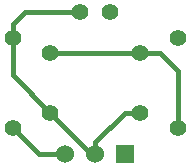
<source format=gbl>
G04 (created by PCBNEW (2013-07-07 BZR 4022)-stable) date 12/11/2014 3:56:36 AM*
%MOIN*%
G04 Gerber Fmt 3.4, Leading zero omitted, Abs format*
%FSLAX34Y34*%
G01*
G70*
G90*
G04 APERTURE LIST*
%ADD10C,0.00590551*%
%ADD11C,0.055*%
%ADD12R,0.06X0.06*%
%ADD13C,0.06*%
%ADD14C,0.015748*%
G04 APERTURE END LIST*
G54D10*
G54D11*
X81814Y-56511D03*
X81814Y-54511D03*
X78814Y-56511D03*
X78814Y-54511D03*
X83070Y-54011D03*
X83070Y-57011D03*
X77559Y-57011D03*
X77559Y-54011D03*
G54D12*
X81314Y-57874D03*
G54D13*
X80314Y-57874D03*
X79314Y-57874D03*
G54D11*
X79814Y-53149D03*
X80814Y-53149D03*
G54D14*
X78814Y-54511D02*
X81814Y-54511D01*
X81814Y-54511D02*
X82464Y-54511D01*
X83070Y-55118D02*
X83070Y-57011D01*
X82464Y-54511D02*
X83070Y-55118D01*
X81814Y-56511D02*
X81283Y-56511D01*
X80314Y-57480D02*
X80314Y-57874D01*
X81283Y-56511D02*
X80314Y-57480D01*
X77559Y-54011D02*
X77559Y-55255D01*
X77559Y-55255D02*
X78814Y-56511D01*
X77559Y-54011D02*
X77559Y-53543D01*
X77952Y-53149D02*
X79814Y-53149D01*
X77559Y-53543D02*
X77952Y-53149D01*
X80314Y-57874D02*
X80177Y-57874D01*
X80177Y-57874D02*
X78814Y-56511D01*
X79314Y-57874D02*
X78421Y-57874D01*
X78421Y-57874D02*
X77559Y-57011D01*
M02*

</source>
